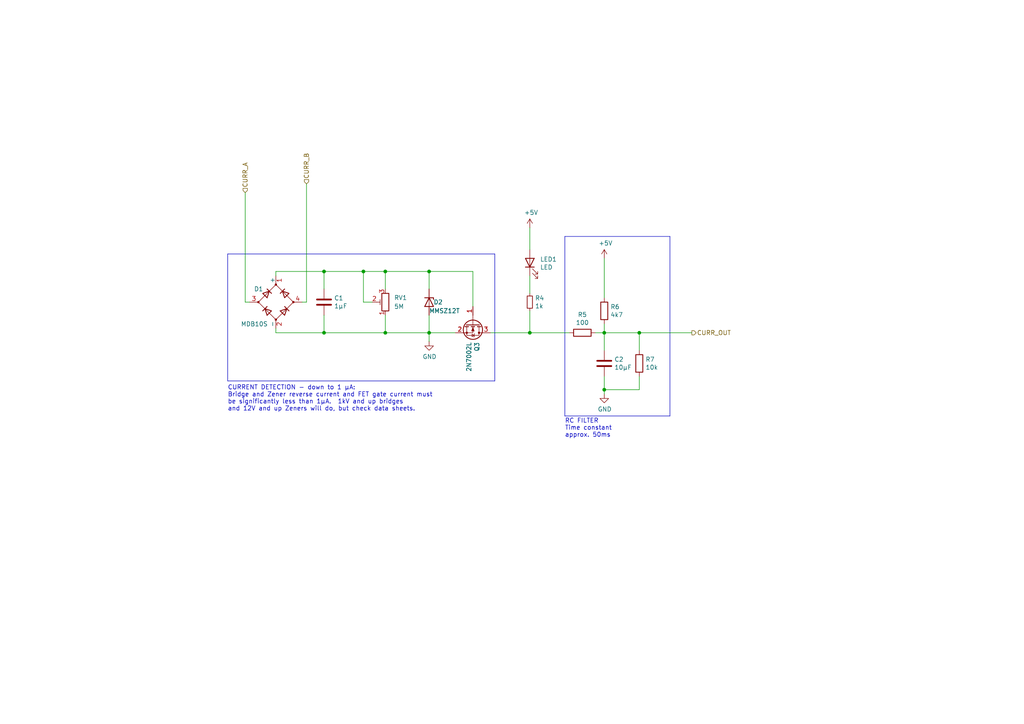
<source format=kicad_sch>
(kicad_sch (version 20250114) (generator "eeschema") (generator_version "9.0")
  (paper "A4")
  (title_block (title "ESP32 ETH relay hat") (date "2025-09-17") (rev "1") (company "Design by Magnus"))
  (lib_symbols
    (symbol "Device:C" (pin_numbers (hide yes)) (pin_names (offset 0.254))
      (property "Reference" "C" (at 0.635 2.54 0))
      (property "Value" "C" (at 0.635 -2.54 0))
      (symbol "C_0_1"
        (polyline (pts (xy -2.032 0.762) (xy 2.032 0.762)) (stroke (width 0.508)))
        (polyline (pts (xy -2.032 -0.762) (xy 2.032 -0.762)) (stroke (width 0.508)))
      )
      (symbol "C_1_1"
        (pin passive line (at 0 3.81 270) (length 2.794) (name "~") (number "1"))
        (pin passive line (at 0 -3.81 90) (length 2.794) (name "~") (number "2"))
      )
    )
    (symbol "Device:D_Bridge_+-AA" (pin_names (offset 0))
      (property "Reference" "D" (at 2.54 6.985 0))
      (property "Value" "D_Bridge_+-AA" (at 2.54 5.08 0))
      (symbol "D_Bridge_+-AA_0_1"
        (circle (center -5.08 0) (radius 0.254) (fill (type outline)))
        (polyline (pts (xy -5.08 0) (xy 0 -5.08) (xy 5.08 0) (xy 0 5.08) (xy -5.08 0)))
        (polyline (pts (xy -3.81 2.54) (xy -2.54 1.27) (xy -1.905 3.175) (xy -3.81 2.54)) (stroke (width 0.254)))
        (polyline (pts (xy -2.54 3.81) (xy -1.27 2.54)) (stroke (width 0.254)))
        (polyline (pts (xy -2.54 -1.27) (xy -3.81 -2.54) (xy -1.905 -3.175) (xy -2.54 -1.27)) (stroke (width 0.254)))
        (polyline (pts (xy -1.27 -2.54) (xy -2.54 -3.81)) (stroke (width 0.254)))
        (circle (center 0 5.08) (radius 0.254) (fill (type outline)))
        (circle (center 0 -5.08) (radius 0.254) (fill (type outline)))
        (polyline (pts (xy 1.27 2.54) (xy 2.54 3.81) (xy 3.175 1.905) (xy 1.27 2.54)) (stroke (width 0.254)))
        (polyline (pts (xy 2.54 1.27) (xy 3.81 2.54)) (stroke (width 0.254)))
        (polyline (pts (xy 2.54 -1.27) (xy 3.81 -2.54)) (stroke (width 0.254)))
        (polyline (pts (xy 3.175 -1.905) (xy 1.27 -2.54) (xy 2.54 -3.81) (xy 3.175 -1.905)) (stroke (width 0.254)))
        (circle (center 5.08 0) (radius 0.254) (fill (type outline)))
      )
      (symbol "D_Bridge_+-AA_1_1"
        (pin passive line (at -7.62 0 0) (length 2.54) (name "-") (number "2"))
        (pin passive line (at 0 7.62 270) (length 2.54) (name "~") (number "3"))
        (pin passive line (at 0 -7.62 90) (length 2.54) (name "~") (number "4"))
        (pin passive line (at 7.62 0 180) (length 2.54) (name "+") (number "1"))
      )
    )
    (symbol "Device:D_Zener" (pin_numbers (hide yes)) (pin_names (offset 1.016) (hide yes))
      (property "Reference" "D" (at 0 2.54 0))
      (property "Value" "D_Zener" (at 0 -2.54 0))
      (symbol "D_Zener_0_1"
        (polyline (pts (xy -1.27 -1.27) (xy -1.27 1.27) (xy -0.762 1.27)) (stroke (width 0.254)))
        (polyline (pts (xy 1.27 0) (xy -1.27 0)))
        (polyline (pts (xy 1.27 -1.27) (xy 1.27 1.27) (xy -1.27 0) (xy 1.27 -1.27)) (stroke (width 0.254)))
      )
      (symbol "D_Zener_1_1"
        (pin passive line (at -3.81 0 0) (length 2.54) (name "K") (number "1"))
        (pin passive line (at 3.81 0 180) (length 2.54) (name "A") (number "2"))
      )
    )
    (symbol "Device:LED" (pin_numbers (hide yes)) (pin_names (offset 1.016) (hide yes))
      (property "Reference" "D" (at 0 2.54 0))
      (property "Value" "LED" (at 0 -2.54 0))
      (symbol "LED_0_1"
        (polyline (pts (xy -3.048 -0.762) (xy -4.572 -2.286) (xy -3.81 -2.286) (xy -4.572 -2.286) (xy -4.572 -1.524)))
        (polyline (pts (xy -1.778 -0.762) (xy -3.302 -2.286) (xy -2.54 -2.286) (xy -3.302 -2.286) (xy -3.302 -1.524)))
        (polyline (pts (xy -1.27 0) (xy 1.27 0)))
        (polyline (pts (xy -1.27 -1.27) (xy -1.27 1.27)) (stroke (width 0.254)))
        (polyline (pts (xy 1.27 -1.27) (xy 1.27 1.27) (xy -1.27 0) (xy 1.27 -1.27)) (stroke (width 0.254)))
      )
      (symbol "LED_1_1"
        (pin passive line (at -3.81 0 0) (length 2.54) (name "K") (number "1"))
        (pin passive line (at 3.81 0 180) (length 2.54) (name "A") (number "2"))
      )
    )
    (symbol "Device:Q_NMOS_GSD" (pin_names (offset 0) (hide yes))
      (property "Reference" "Q" (at 5.08 1.27 0))
      (property "Value" "Q_NMOS_GSD" (at 5.08 -1.27 0))
      (symbol "Q_NMOS_GSD_0_1"
        (polyline (pts (xy 0.254 1.905) (xy 0.254 -1.905)) (stroke (width 0.254)))
        (polyline (pts (xy 0.254 0) (xy -2.54 0)))
        (polyline (pts (xy 0.762 2.286) (xy 0.762 1.27)) (stroke (width 0.254)))
        (polyline (pts (xy 0.762 0.508) (xy 0.762 -0.508)) (stroke (width 0.254)))
        (polyline (pts (xy 0.762 -1.27) (xy 0.762 -2.286)) (stroke (width 0.254)))
        (polyline (pts (xy 0.762 -1.778) (xy 3.302 -1.778) (xy 3.302 1.778) (xy 0.762 1.778)))
        (polyline (pts (xy 1.016 0) (xy 2.032 0.381) (xy 2.032 -0.381) (xy 1.016 0)) (fill (type outline)))
        (circle (center 1.651 0) (radius 2.794) (stroke (width 0.254)))
        (polyline (pts (xy 2.54 2.54) (xy 2.54 1.778)))
        (circle (center 2.54 1.778) (radius 0.254) (fill (type outline)))
        (circle (center 2.54 -1.778) (radius 0.254) (fill (type outline)))
        (polyline (pts (xy 2.54 -2.54) (xy 2.54 0) (xy 0.762 0)))
        (polyline (pts (xy 2.794 0.508) (xy 2.921 0.381) (xy 3.683 0.381) (xy 3.81 0.254)))
        (polyline (pts (xy 3.302 0.381) (xy 2.921 -0.254) (xy 3.683 -0.254) (xy 3.302 0.381)))
      )
      (symbol "Q_NMOS_GSD_1_1"
        (pin input line (at -5.08 0 0) (length 2.54) (name "G") (number "1"))
        (pin passive line (at 2.54 5.08 270) (length 2.54) (name "D") (number "3"))
        (pin passive line (at 2.54 -5.08 90) (length 2.54) (name "S") (number "2"))
      )
    )
    (symbol "Device:R" (pin_numbers (hide yes)) (pin_names (offset 0))
      (property "Reference" "R" (at 2.032 0 90))
      (property "Value" "R" (at 0 0 90))
      (symbol "R_0_1"
        (rectangle (start -1.016 -2.54) (end 1.016 2.54) (stroke (width 0.254)))
      )
      (symbol "R_1_1"
        (pin passive line (at 0 3.81 270) (length 1.27) (name "~") (number "1"))
        (pin passive line (at 0 -3.81 90) (length 1.27) (name "~") (number "2"))
      )
    )
    (symbol "Device:R_Potentiometer_Trim" (pin_names (offset 1.016) (hide yes))
      (property "Reference" "RV" (at -4.445 0 90))
      (property "Value" "R_Potentiometer_Trim" (at -2.54 0 90))
      (symbol "R_Potentiometer_Trim_0_1"
        (rectangle (start 1.016 2.54) (end -1.016 -2.54) (stroke (width 0.254)))
        (polyline (pts (xy 1.524 0.762) (xy 1.524 -0.762)))
        (polyline (pts (xy 2.54 0) (xy 1.524 0)))
      )
      (symbol "R_Potentiometer_Trim_1_1"
        (pin passive line (at 0 3.81 270) (length 1.27) (name "1") (number "1"))
        (pin passive line (at 0 -3.81 90) (length 1.27) (name "3") (number "3"))
        (pin passive line (at 3.81 0 180) (length 1.27) (name "2") (number "2"))
      )
    )
    (symbol "Device:R_Small" (pin_numbers (hide yes)) (pin_names (offset 0.254) (hide yes))
      (property "Reference" "R" (at 0.762 0.508 0))
      (property "Value" "R_Small" (at 0.762 -1.016 0))
      (symbol "R_Small_0_1"
        (rectangle (start -0.762 1.778) (end 0.762 -1.778) (stroke (width 0.2032)))
      )
      (symbol "R_Small_1_1"
        (pin passive line (at 0 2.54 270) (length 0.762) (name "~") (number "1"))
        (pin passive line (at 0 -2.54 90) (length 0.762) (name "~") (number "2"))
      )
    )
    (symbol "power:+5V" (power) (pin_numbers (hide yes)) (pin_names (offset 0) (hide yes))
      (property "Value" "+5V" (at 0 3.556 0))
      (symbol "+5V_0_1"
        (polyline (pts (xy -0.762 1.27) (xy 0 2.54)))
        (polyline (pts (xy 0 2.54) (xy 0.762 1.27)))
        (polyline (pts (xy 0 0) (xy 0 2.54)))
      )
      (symbol "+5V_1_1"
        (pin power_in line (at 0 0 90) (length 0) (name "~") (number "1"))
      )
    )
    (symbol "power:GND" (power) (pin_numbers (hide yes)) (pin_names (offset 0) (hide yes))
      (property "Value" "GND" (at 0 -3.81 0))
      (symbol "GND_0_1"
        (polyline (pts (xy 0 0) (xy 0 -1.27) (xy 1.27 -1.27) (xy 0 -2.54) (xy -1.27 -1.27) (xy 0 -1.27)))
      )
      (symbol "GND_1_1"
        (pin power_in line (at 0 0 270) (length 0) (name "~") (number "1"))
      )
    )
  )
  (text "RC FILTER\nTime constant\napprox. 50ms" (at 163.83 127 0) (effects (font (size 1.27 1.27)) (justify left bottom)))
  (text "CURRENT DETECTION - down to 1 µA:\nBridge and Zener reverse current and FET gate current must\nbe significantly less than 1µA.  1kV and up bridges\nand 12V and up Zeners will do, but check data sheets." (at 66.04 119.38 0) (effects (font (size 1.27 1.27)) (justify left bottom)))
  (junction (at 153.67 96.52))
  (junction (at 124.46 96.52))
  (junction (at 93.98 78.74))
  (junction (at 185.42 96.52))
  (junction (at 93.98 96.52))
  (junction (at 105.41 78.74))
  (junction (at 175.26 96.52))
  (junction (at 111.76 96.52))
  (junction (at 111.76 78.74))
  (junction (at 175.26 113.03))
  (junction (at 124.46 78.74))
  (wire (pts (xy 111.76 91.44) (xy 111.76 96.52)))
  (wire (pts (xy 185.42 96.52) (xy 185.42 101.6)))
  (wire (pts (xy 175.26 96.52) (xy 185.42 96.52)))
  (wire (pts (xy 80.01 78.74) (xy 93.98 78.74)))
  (wire (pts (xy 175.26 96.52) (xy 175.26 93.98)))
  (polyline (pts (xy 66.04 73.66) (xy 143.51 73.66)))
  (wire (pts (xy 111.76 78.74) (xy 124.46 78.74)))
  (wire (pts (xy 93.98 83.82) (xy 93.98 78.74)))
  (wire (pts (xy 175.26 109.22) (xy 175.26 113.03)))
  (wire (pts (xy 185.42 113.03) (xy 175.26 113.03)))
  (wire (pts (xy 105.41 87.63) (xy 105.41 78.74)))
  (wire (pts (xy 93.98 78.74) (xy 105.41 78.74)))
  (wire (pts (xy 80.01 95.25) (xy 80.01 96.52)))
  (polyline (pts (xy 143.51 73.66) (xy 143.51 110.49)))
  (wire (pts (xy 124.46 91.44) (xy 124.46 96.52)))
  (wire (pts (xy 111.76 83.82) (xy 111.76 78.74)))
  (wire (pts (xy 71.12 87.63) (xy 72.39 87.63)))
  (wire (pts (xy 71.12 55.88) (xy 71.12 87.63)))
  (polyline (pts (xy 163.83 68.58) (xy 194.31 68.58)))
  (wire (pts (xy 172.72 96.52) (xy 175.26 96.52)))
  (wire (pts (xy 142.24 96.52) (xy 153.67 96.52)))
  (polyline (pts (xy 194.31 120.65) (xy 163.83 120.65)))
  (polyline (pts (xy 66.04 110.49) (xy 66.04 73.66)))
  (wire (pts (xy 80.01 96.52) (xy 93.98 96.52)))
  (wire (pts (xy 107.95 87.63) (xy 105.41 87.63)))
  (wire (pts (xy 80.01 80.01) (xy 80.01 78.74)))
  (wire (pts (xy 185.42 109.22) (xy 185.42 113.03)))
  (wire (pts (xy 124.46 96.52) (xy 132.08 96.52)))
  (wire (pts (xy 153.67 90.17) (xy 153.67 96.52)))
  (wire (pts (xy 105.41 78.74) (xy 111.76 78.74)))
  (wire (pts (xy 93.98 96.52) (xy 111.76 96.52)))
  (wire (pts (xy 137.16 88.9) (xy 137.16 78.74)))
  (polyline (pts (xy 163.83 120.65) (xy 163.83 68.58)))
  (wire (pts (xy 153.67 96.52) (xy 165.1 96.52)))
  (wire (pts (xy 111.76 96.52) (xy 124.46 96.52)))
  (wire (pts (xy 137.16 78.74) (xy 124.46 78.74)))
  (polyline (pts (xy 143.51 110.49) (xy 66.04 110.49)))
  (wire (pts (xy 175.26 86.36) (xy 175.26 74.93)))
  (wire (pts (xy 124.46 83.82) (xy 124.46 78.74)))
  (wire (pts (xy 93.98 96.52) (xy 93.98 91.44)))
  (wire (pts (xy 88.9 53.34) (xy 88.9 87.63)))
  (wire (pts (xy 153.67 85.09) (xy 153.67 80.01)))
  (wire (pts (xy 124.46 99.06) (xy 124.46 96.52)))
  (wire (pts (xy 88.9 87.63) (xy 87.63 87.63)))
  (polyline (pts (xy 194.31 68.58) (xy 194.31 120.65)))
  (wire (pts (xy 175.26 96.52) (xy 175.26 101.6)))
  (wire (pts (xy 175.26 113.03) (xy 175.26 114.3)))
  (wire (pts (xy 185.42 96.52) (xy 200.66 96.52)))
  (wire (pts (xy 153.67 72.39) (xy 153.67 66.04)))
  (hierarchical_label "CURR_A" (shape input) (at 71.12 55.88 90))
  (hierarchical_label "CURR_OUT" (shape output) (at 200.66 96.52 0))
  (hierarchical_label "CURR_B" (shape input) (at 88.9 53.34 90))
  (symbol (lib_id "Device:D_Zener") (at 124.46 87.63 270) (unit 1)
    (property "Reference" "D2" (at 125.73 87.63 90) (effects (justify left)))
    (property "Value" "MMSZ12T" (at 124.46 90.17 90) (effects (justify left)))
    (property "Footprint" "Diode_SMD:D_SOD-123" (effects (hide yes)))
  )
  (symbol (lib_id "Device:C") (at 93.98 87.63 0) (unit 1)
    (property "Reference" "C1" (at 96.901 86.4616 0) (effects (justify left)))
    (property "Value" "1µF" (at 96.901 88.773 0) (effects (justify left)))
    (property "Footprint" "Capacitor_SMD:C_0603_1608Metric_Pad1.08x0.95mm_HandSolder" (effects (hide yes)))
  )
  (symbol (lib_id "power:GND") (at 124.46 99.06 0) (unit 1)
    (property "Reference" "#PWR0104" (effects (hide yes)))
    (property "Value" "GND" (at 124.587 103.4542 0))
    (property "Description" "Power symbol creates a global label with name \"GND\" , ground" (effects (hide yes)))
  )
  (symbol (lib_id "Device:R") (at 168.91 96.52 270) (unit 1)
    (property "Reference" "R5" (at 168.91 91.2622 90))
    (property "Value" "100" (at 168.91 93.5736 90))
    (property "Footprint" "Resistor_SMD:R_0603_1608Metric_Pad0.98x0.95mm_HandSolder" (effects (hide yes)))
  )
  (symbol (lib_id "Device:R") (at 175.26 90.17 0) (unit 1)
    (property "Reference" "R6" (at 177.038 89.0016 0) (effects (justify left)))
    (property "Value" "4k7" (at 177.038 91.313 0) (effects (justify left)))
    (property "Footprint" "Resistor_SMD:R_0603_1608Metric_Pad0.98x0.95mm_HandSolder" (effects (hide yes)))
  )
  (symbol (lib_id "Device:C") (at 175.26 105.41 0) (unit 1)
    (property "Reference" "C2" (at 178.181 104.2416 0) (effects (justify left)))
    (property "Value" "10µF" (at 178.181 106.553 0) (effects (justify left)))
    (property "Footprint" "Capacitor_SMD:C_0603_1608Metric_Pad1.08x0.95mm_HandSolder" (effects (hide yes)))
  )
  (symbol (lib_id "power:+5V") (at 175.26 74.93 0) (unit 1)
    (property "Reference" "#PWR0105" (effects (hide yes)))
    (property "Value" "+5V" (at 175.641 70.5358 0))
    (property "Description" "Power symbol creates a global label with name \"+5V\"" (effects (hide yes)))
  )
  (symbol (lib_id "power:GND") (at 175.26 114.3 0) (unit 1)
    (property "Reference" "#PWR0106" (effects (hide yes)))
    (property "Value" "GND" (at 175.387 118.6942 0))
    (property "Description" "Power symbol creates a global label with name \"GND\" , ground" (effects (hide yes)))
  )
  (symbol (lib_id "Device:R") (at 185.42 105.41 0) (unit 1)
    (property "Reference" "R7" (at 187.198 104.2416 0) (effects (justify left)))
    (property "Value" "10k" (at 187.198 106.553 0) (effects (justify left)))
    (property "Footprint" "Resistor_SMD:R_0603_1608Metric_Pad0.98x0.95mm_HandSolder" (effects (hide yes)))
  )
  (symbol (lib_id "Device:LED") (at 153.67 76.2 90) (unit 1)
    (property "Reference" "LED1" (at 156.6418 75.2094 90) (effects (justify right)))
    (property "Value" "LED" (at 156.6418 77.5208 90) (effects (justify right)))
    (property "Footprint" "LED_SMD:LED_0603_1608Metric_Pad1.05x0.95mm_HandSolder" (effects (hide yes)))
  )
  (symbol (lib_id "Device:R_Small") (at 153.67 87.63 0) (unit 1)
    (property "Reference" "R4" (at 155.1686 86.4616 0) (effects (justify left)))
    (property "Value" "1k" (at 155.1686 88.773 0) (effects (justify left)))
    (property "Footprint" "Resistor_SMD:R_0603_1608Metric_Pad0.98x0.95mm_HandSolder" (effects (hide yes)))
  )
  (symbol (lib_id "power:+5V") (at 153.67 66.04 0) (unit 1)
    (property "Reference" "#PWR0120" (effects (hide yes)))
    (property "Value" "+5V" (at 154.051 61.6458 0))
    (property "Description" "Power symbol creates a global label with name \"+5V\"" (effects (hide yes)))
  )
  (symbol (lib_id "Device:D_Bridge_+-AA") (at 80.01 87.63 90) (unit 1)
    (property "Reference" "D1" (at 73.66 83.82 90) (effects (justify right)))
    (property "Value" "MDB10S" (at 69.85 93.98 90) (effects (justify right)))
    (property "Footprint" "Diode_SMD:Diode_Bridge_Diotec_ABS" (effects (hide yes)))
  )
  (symbol (lib_id "Device:R_Potentiometer_Trim") (at 111.76 87.63 180) (unit 1)
    (property "Reference" "RV1" (at 114.3 86.3599 0) (effects (justify right)))
    (property "Value" "5M" (at 114.3 88.8999 0) (effects (justify right)))
    (property "Footprint" "Potentiometer_THT:Potentiometer_Bourns_3386P_Vertical" (effects (hide yes)))
    (property "Description" "Trim-potentiometer" (effects (hide yes)))
  )
  (symbol (lib_id "Device:Q_NMOS_GSD") (at 137.16 93.98 270) (unit 1)
    (property "Reference" "Q3" (at 138.3284 99.2124 0) (effects (justify left)))
    (property "Value" "2N7002L" (at 136.017 99.2124 0) (effects (justify left)))
    (property "Footprint" "Package_TO_SOT_SMD:SOT-23_Handsoldering" (effects (hide yes)))
  )
)
</source>
